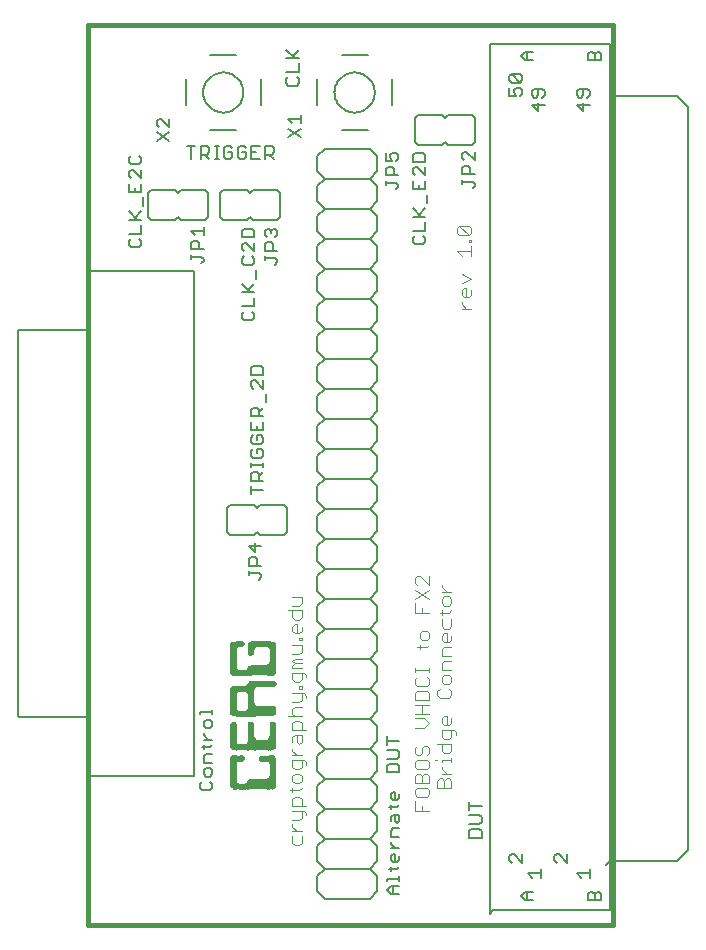
<source format=gto>
G75*
G70*
%OFA0B0*%
%FSLAX24Y24*%
%IPPOS*%
%LPD*%
%AMOC8*
5,1,8,0,0,1.08239X$1,22.5*
%
%ADD10C,0.0080*%
%ADD11R,0.0005X0.0060*%
%ADD12R,0.0005X0.0090*%
%ADD13R,0.0005X0.0110*%
%ADD14R,0.0005X0.0810*%
%ADD15R,0.0005X0.0685*%
%ADD16R,0.0005X0.0100*%
%ADD17R,0.0005X0.0120*%
%ADD18R,0.0005X0.0835*%
%ADD19R,0.0005X0.0890*%
%ADD20R,0.0005X0.0745*%
%ADD21R,0.0005X0.0150*%
%ADD22R,0.0005X0.0130*%
%ADD23R,0.0005X0.0910*%
%ADD24R,0.0005X0.0935*%
%ADD25R,0.0005X0.0785*%
%ADD26R,0.0005X0.0185*%
%ADD27R,0.0005X0.0140*%
%ADD28R,0.0005X0.0950*%
%ADD29R,0.0005X0.0965*%
%ADD30R,0.0005X0.0215*%
%ADD31R,0.0005X0.0980*%
%ADD32R,0.0005X0.0985*%
%ADD33R,0.0005X0.0830*%
%ADD34R,0.0005X0.0235*%
%ADD35R,0.0005X0.0155*%
%ADD36R,0.0005X0.1005*%
%ADD37R,0.0005X0.0845*%
%ADD38R,0.0005X0.0245*%
%ADD39R,0.0005X0.0160*%
%ADD40R,0.0005X0.1025*%
%ADD41R,0.0005X0.0855*%
%ADD42R,0.0005X0.0260*%
%ADD43R,0.0005X0.0165*%
%ADD44R,0.0005X0.1040*%
%ADD45R,0.0005X0.1035*%
%ADD46R,0.0005X0.0870*%
%ADD47R,0.0005X0.0270*%
%ADD48R,0.0005X0.0170*%
%ADD49R,0.0005X0.1055*%
%ADD50R,0.0005X0.1045*%
%ADD51R,0.0005X0.0880*%
%ADD52R,0.0005X0.0280*%
%ADD53R,0.0005X0.0175*%
%ADD54R,0.0005X0.1065*%
%ADD55R,0.0005X0.0290*%
%ADD56R,0.0005X0.1075*%
%ADD57R,0.0005X0.0895*%
%ADD58R,0.0005X0.0300*%
%ADD59R,0.0005X0.0180*%
%ADD60R,0.0005X0.1085*%
%ADD61R,0.0005X0.1070*%
%ADD62R,0.0005X0.0900*%
%ADD63R,0.0005X0.1080*%
%ADD64R,0.0005X0.0905*%
%ADD65R,0.0005X0.0310*%
%ADD66R,0.0005X0.1095*%
%ADD67R,0.0005X0.0315*%
%ADD68R,0.0005X0.1105*%
%ADD69R,0.0005X0.1090*%
%ADD70R,0.0005X0.0320*%
%ADD71R,0.0005X0.0915*%
%ADD72R,0.0005X0.1115*%
%ADD73R,0.0005X0.0920*%
%ADD74R,0.0005X0.0330*%
%ADD75R,0.0005X0.0190*%
%ADD76R,0.0005X0.1100*%
%ADD77R,0.0005X0.1120*%
%ADD78R,0.0005X0.1125*%
%ADD79R,0.0005X0.0925*%
%ADD80R,0.0005X0.0340*%
%ADD81R,0.0005X0.1110*%
%ADD82R,0.0005X0.0195*%
%ADD83R,0.0005X0.1135*%
%ADD84R,0.0005X0.0930*%
%ADD85R,0.0005X0.0350*%
%ADD86R,0.0005X0.1140*%
%ADD87R,0.0005X0.1145*%
%ADD88R,0.0005X0.0355*%
%ADD89R,0.0005X0.0360*%
%ADD90R,0.0005X0.0875*%
%ADD91R,0.0005X0.1150*%
%ADD92R,0.0005X0.0465*%
%ADD93R,0.0005X0.0610*%
%ADD94R,0.0005X0.0305*%
%ADD95R,0.0005X0.0435*%
%ADD96R,0.0005X0.0455*%
%ADD97R,0.0005X0.0480*%
%ADD98R,0.0005X0.0265*%
%ADD99R,0.0005X0.0425*%
%ADD100R,0.0005X0.0255*%
%ADD101R,0.0005X0.0250*%
%ADD102R,0.0005X0.0410*%
%ADD103R,0.0005X0.0240*%
%ADD104R,0.0005X0.0420*%
%ADD105R,0.0005X0.0405*%
%ADD106R,0.0005X0.0400*%
%ADD107R,0.0005X0.0395*%
%ADD108R,0.0005X0.0225*%
%ADD109R,0.0005X0.0230*%
%ADD110R,0.0005X0.0390*%
%ADD111R,0.0005X0.0220*%
%ADD112R,0.0005X0.0385*%
%ADD113R,0.0005X0.0380*%
%ADD114R,0.0005X0.0210*%
%ADD115R,0.0005X0.0375*%
%ADD116R,0.0005X0.0370*%
%ADD117R,0.0005X0.0205*%
%ADD118R,0.0005X0.0365*%
%ADD119R,0.0005X0.0200*%
%ADD120R,0.0005X0.0050*%
%ADD121R,0.0005X0.0415*%
%ADD122R,0.0005X0.0445*%
%ADD123R,0.0005X0.0520*%
%ADD124R,0.0005X0.0345*%
%ADD125R,0.0005X0.0860*%
%ADD126R,0.0005X0.1180*%
%ADD127R,0.0005X0.0885*%
%ADD128R,0.0005X0.0440*%
%ADD129R,0.0005X0.0450*%
%ADD130R,0.0005X0.1175*%
%ADD131R,0.0005X0.0460*%
%ADD132R,0.0005X0.1170*%
%ADD133R,0.0005X0.1165*%
%ADD134R,0.0005X0.0430*%
%ADD135R,0.0005X0.1160*%
%ADD136R,0.0005X0.0335*%
%ADD137R,0.0005X0.1155*%
%ADD138R,0.0005X0.0325*%
%ADD139R,0.0005X0.1130*%
%ADD140R,0.0005X0.0295*%
%ADD141R,0.0005X0.0865*%
%ADD142R,0.0005X0.0285*%
%ADD143R,0.0005X0.0275*%
%ADD144R,0.0005X0.0040*%
%ADD145R,0.0005X0.0095*%
%ADD146R,0.0005X0.0080*%
%ADD147R,0.0005X0.0125*%
%ADD148R,0.0005X0.0115*%
%ADD149R,0.0005X0.0135*%
%ADD150R,0.0005X0.0145*%
%ADD151R,0.0005X0.1000*%
%ADD152R,0.0005X0.0995*%
%ADD153R,0.0005X0.0975*%
%ADD154R,0.0005X0.0955*%
%ADD155R,0.0005X0.0945*%
%ADD156R,0.0005X0.1060*%
%ADD157R,0.0005X0.1050*%
%ADD158R,0.0005X0.1030*%
%ADD159R,0.0005X0.1020*%
%ADD160R,0.0005X0.0850*%
%ADD161R,0.0005X0.0820*%
%ADD162R,0.0005X0.0960*%
%ADD163R,0.0005X0.0800*%
%ADD164R,0.0005X0.0775*%
%ADD165R,0.0005X0.0730*%
%ADD166R,0.0005X0.0740*%
%ADD167C,0.0040*%
%ADD168C,0.0160*%
D10*
X002463Y005286D02*
X006006Y005286D01*
X006006Y022136D01*
X002463Y022136D01*
X002463Y005286D01*
X002453Y007267D02*
X000161Y007267D01*
X000140Y007294D02*
X000140Y020128D01*
X000141Y020151D02*
X002433Y020151D01*
X003899Y022914D02*
X004179Y022914D01*
X004249Y022984D01*
X004249Y023124D01*
X004179Y023194D01*
X004249Y023374D02*
X004249Y023655D01*
X004249Y023835D02*
X003829Y023835D01*
X004039Y023905D02*
X004249Y024115D01*
X004319Y024295D02*
X004319Y024575D01*
X004249Y024755D02*
X004249Y025036D01*
X004249Y025216D02*
X003969Y025496D01*
X003899Y025496D01*
X003829Y025426D01*
X003829Y025286D01*
X003899Y025216D01*
X003829Y025036D02*
X003829Y024755D01*
X004249Y024755D01*
X004039Y024755D02*
X004039Y024896D01*
X004249Y025216D02*
X004249Y025496D01*
X004179Y025676D02*
X004249Y025746D01*
X004249Y025886D01*
X004179Y025956D01*
X004179Y025676D02*
X003899Y025676D01*
X003829Y025746D01*
X003829Y025886D01*
X003899Y025956D01*
X004583Y024825D02*
X005383Y024825D01*
X005483Y024725D01*
X005583Y024825D01*
X006383Y024825D01*
X006483Y024725D01*
X006483Y023925D01*
X006383Y023825D01*
X005583Y023825D01*
X005483Y023925D01*
X005383Y023825D01*
X004583Y023825D01*
X004483Y023925D01*
X004483Y024725D01*
X004583Y024825D01*
X003829Y024115D02*
X004109Y023835D01*
X004249Y023374D02*
X003829Y023374D01*
X003899Y023194D02*
X003829Y023124D01*
X003829Y022984D01*
X003899Y022914D01*
X005904Y022854D02*
X005904Y023064D01*
X005975Y023134D01*
X006115Y023134D01*
X006185Y023064D01*
X006185Y022854D01*
X006325Y022854D02*
X005904Y022854D01*
X005904Y022674D02*
X005904Y022533D01*
X005904Y022603D02*
X006255Y022603D01*
X006325Y022533D01*
X006325Y022463D01*
X006255Y022393D01*
X006325Y023314D02*
X006325Y023594D01*
X006325Y023454D02*
X005904Y023454D01*
X006045Y023314D01*
X006858Y023925D02*
X006858Y024725D01*
X006958Y024825D01*
X007758Y024825D01*
X007858Y024725D01*
X007958Y024825D01*
X008758Y024825D01*
X008858Y024725D01*
X008858Y023925D01*
X008758Y023825D01*
X007958Y023825D01*
X007858Y023925D01*
X007758Y023825D01*
X006958Y023825D01*
X006858Y023925D01*
X007597Y023461D02*
X007597Y023250D01*
X008018Y023250D01*
X008018Y023461D01*
X007948Y023531D01*
X007667Y023531D01*
X007597Y023461D01*
X007667Y023070D02*
X007597Y023000D01*
X007597Y022860D01*
X007667Y022790D01*
X007667Y022610D02*
X007597Y022540D01*
X007597Y022400D01*
X007667Y022330D01*
X007948Y022330D01*
X008018Y022400D01*
X008018Y022540D01*
X007948Y022610D01*
X008018Y022790D02*
X007737Y023070D01*
X007667Y023070D01*
X008018Y023070D02*
X008018Y022790D01*
X008356Y022799D02*
X008356Y023009D01*
X008426Y023079D01*
X008567Y023079D01*
X008637Y023009D01*
X008637Y022799D01*
X008777Y022799D02*
X008356Y022799D01*
X008356Y022619D02*
X008356Y022479D01*
X008356Y022549D02*
X008707Y022549D01*
X008777Y022479D01*
X008777Y022408D01*
X008707Y022338D01*
X008088Y022149D02*
X008088Y021869D01*
X008018Y021689D02*
X007808Y021479D01*
X007878Y021409D02*
X007597Y021689D01*
X007597Y021409D02*
X008018Y021409D01*
X008018Y021229D02*
X008018Y020948D01*
X007597Y020948D01*
X007667Y020768D02*
X007597Y020698D01*
X007597Y020558D01*
X007667Y020488D01*
X007948Y020488D01*
X008018Y020558D01*
X008018Y020698D01*
X007948Y020768D01*
X007971Y018945D02*
X007901Y018875D01*
X007901Y018665D01*
X008321Y018665D01*
X008321Y018875D01*
X008251Y018945D01*
X007971Y018945D01*
X007971Y018485D02*
X007901Y018415D01*
X007901Y018275D01*
X007971Y018205D01*
X007971Y018485D02*
X008041Y018485D01*
X008321Y018205D01*
X008321Y018485D01*
X008391Y018025D02*
X008391Y017744D01*
X008321Y017564D02*
X008181Y017424D01*
X008181Y017494D02*
X008181Y017284D01*
X008321Y017284D02*
X007901Y017284D01*
X007901Y017494D01*
X007971Y017564D01*
X008111Y017564D01*
X008181Y017494D01*
X008321Y017104D02*
X008321Y016824D01*
X007901Y016824D01*
X007901Y017104D01*
X008111Y016964D02*
X008111Y016824D01*
X008111Y016643D02*
X008111Y016503D01*
X008111Y016643D02*
X008251Y016643D01*
X008321Y016573D01*
X008321Y016433D01*
X008251Y016363D01*
X007971Y016363D01*
X007901Y016433D01*
X007901Y016573D01*
X007971Y016643D01*
X007971Y016183D02*
X007901Y016113D01*
X007901Y015973D01*
X007971Y015903D01*
X008251Y015903D01*
X008321Y015973D01*
X008321Y016113D01*
X008251Y016183D01*
X008111Y016183D01*
X008111Y016043D01*
X008321Y015736D02*
X008321Y015596D01*
X008321Y015666D02*
X007901Y015666D01*
X007901Y015596D02*
X007901Y015736D01*
X007971Y015416D02*
X007901Y015346D01*
X007901Y015135D01*
X008321Y015135D01*
X008181Y015135D02*
X008181Y015346D01*
X008111Y015416D01*
X007971Y015416D01*
X008181Y015276D02*
X008321Y015416D01*
X008321Y014815D02*
X007901Y014815D01*
X007901Y014675D02*
X007901Y014955D01*
X008008Y014325D02*
X007208Y014325D01*
X007108Y014225D01*
X007108Y013425D01*
X007208Y013325D01*
X008008Y013325D01*
X008108Y013425D01*
X008208Y013325D01*
X009008Y013325D01*
X009108Y013425D01*
X009108Y014225D01*
X009008Y014325D01*
X008208Y014325D01*
X008108Y014225D01*
X008008Y014325D01*
X008043Y013041D02*
X008043Y012761D01*
X007833Y012971D01*
X008253Y012971D01*
X008043Y012581D02*
X008113Y012511D01*
X008113Y012301D01*
X008253Y012301D02*
X007833Y012301D01*
X007833Y012511D01*
X007903Y012581D01*
X008043Y012581D01*
X007833Y012121D02*
X007833Y011981D01*
X007833Y012051D02*
X008183Y012051D01*
X008253Y011981D01*
X008253Y011910D01*
X008183Y011840D01*
X010108Y011950D02*
X010108Y011450D01*
X010358Y011200D01*
X011858Y011200D01*
X012108Y010950D01*
X012108Y010450D01*
X011858Y010200D01*
X010358Y010200D01*
X010108Y010450D01*
X010108Y010950D01*
X010358Y011200D01*
X010108Y011950D02*
X010358Y012200D01*
X011858Y012200D01*
X012108Y011950D01*
X012108Y011450D01*
X011858Y011200D01*
X011858Y010200D02*
X012108Y009950D01*
X012108Y009450D01*
X011858Y009200D01*
X010358Y009200D01*
X010108Y009450D01*
X010108Y009950D01*
X010358Y010200D01*
X010358Y009200D02*
X010108Y008950D01*
X010108Y008450D01*
X010358Y008200D01*
X011858Y008200D01*
X012108Y007950D01*
X012108Y007450D01*
X011858Y007200D01*
X012108Y006950D01*
X012108Y006450D01*
X011858Y006200D01*
X012108Y005950D01*
X012108Y005450D01*
X011858Y005200D01*
X012108Y004950D01*
X012108Y004450D01*
X011858Y004200D01*
X012108Y003950D01*
X012108Y003450D01*
X011858Y003200D01*
X012108Y002950D01*
X012108Y002450D01*
X011858Y002200D01*
X012108Y001950D01*
X012108Y001450D01*
X011858Y001200D01*
X010358Y001200D01*
X010108Y001450D01*
X010108Y001950D01*
X010358Y002200D01*
X010108Y002450D01*
X010108Y002950D01*
X010358Y003200D01*
X010108Y003450D01*
X010108Y003950D01*
X010358Y004200D01*
X010108Y004450D01*
X010108Y004950D01*
X010358Y005200D01*
X010108Y005450D01*
X010108Y005950D01*
X010358Y006200D01*
X011858Y006200D01*
X012429Y006151D02*
X012779Y006151D01*
X012849Y006081D01*
X012849Y005940D01*
X012779Y005870D01*
X012429Y005870D01*
X012499Y005690D02*
X012429Y005620D01*
X012429Y005410D01*
X012849Y005410D01*
X012849Y005620D01*
X012779Y005690D01*
X012499Y005690D01*
X012429Y006331D02*
X012429Y006611D01*
X012429Y006471D02*
X012849Y006471D01*
X011858Y007200D02*
X010358Y007200D01*
X010108Y006950D01*
X010108Y006450D01*
X010358Y006200D01*
X010358Y007200D02*
X010108Y007450D01*
X010108Y007950D01*
X010358Y008200D01*
X011858Y008200D02*
X012108Y008450D01*
X012108Y008950D01*
X011858Y009200D01*
X011858Y012200D02*
X012108Y012450D01*
X012108Y012950D01*
X011858Y013200D01*
X010358Y013200D01*
X010108Y013450D01*
X010108Y013950D01*
X010358Y014200D01*
X011858Y014200D01*
X012108Y013950D01*
X012108Y013450D01*
X011858Y013200D01*
X011858Y014200D02*
X012108Y014450D01*
X012108Y014950D01*
X011858Y015200D01*
X010358Y015200D01*
X010108Y015450D01*
X010108Y015950D01*
X010358Y016200D01*
X011858Y016200D01*
X012108Y015950D01*
X012108Y015450D01*
X011858Y015200D01*
X011858Y016200D02*
X012108Y016450D01*
X012108Y016950D01*
X011858Y017200D01*
X010358Y017200D01*
X010108Y017450D01*
X010108Y017950D01*
X010358Y018200D01*
X011858Y018200D01*
X012108Y017950D01*
X012108Y017450D01*
X011858Y017200D01*
X011858Y018200D02*
X012108Y018450D01*
X012108Y018950D01*
X011858Y019200D01*
X010358Y019200D01*
X010108Y019450D01*
X010108Y019950D01*
X010358Y020200D01*
X011858Y020200D01*
X012108Y019950D01*
X012108Y019450D01*
X011858Y019200D01*
X011858Y020200D02*
X012108Y020450D01*
X012108Y020950D01*
X011858Y021200D01*
X010358Y021200D01*
X010108Y020950D01*
X010108Y020450D01*
X010358Y020200D01*
X010358Y021200D02*
X010108Y021450D01*
X010108Y021950D01*
X010358Y022200D01*
X011858Y022200D01*
X012108Y021950D01*
X012108Y021450D01*
X011858Y021200D01*
X011858Y022200D02*
X012108Y022450D01*
X012108Y022950D01*
X011858Y023200D01*
X010358Y023200D01*
X010108Y022950D01*
X010108Y022450D01*
X010358Y022200D01*
X010358Y023200D02*
X010108Y023450D01*
X010108Y023950D01*
X010358Y024200D01*
X011858Y024200D01*
X012108Y023950D01*
X012108Y023450D01*
X011858Y023200D01*
X011858Y024200D02*
X012108Y024450D01*
X012108Y024950D01*
X011858Y025200D01*
X010358Y025200D01*
X010108Y024950D01*
X010108Y024450D01*
X010358Y024200D01*
X010358Y025200D02*
X010108Y025450D01*
X010108Y025950D01*
X010358Y026200D01*
X011858Y026200D01*
X012108Y025950D01*
X012108Y025450D01*
X011858Y025200D01*
X012397Y025139D02*
X012397Y024999D01*
X012397Y025069D02*
X012747Y025069D01*
X012818Y024999D01*
X012818Y024929D01*
X012747Y024859D01*
X012677Y025319D02*
X012677Y025529D01*
X012607Y025599D01*
X012467Y025599D01*
X012397Y025529D01*
X012397Y025319D01*
X012818Y025319D01*
X012747Y025780D02*
X012818Y025850D01*
X012818Y025990D01*
X012747Y026060D01*
X012607Y026060D01*
X012537Y025990D01*
X012537Y025920D01*
X012607Y025780D01*
X012397Y025780D01*
X012397Y026060D01*
X011791Y026815D02*
X010924Y026815D01*
X010098Y027642D02*
X010098Y028508D01*
X009502Y028515D02*
X009502Y028375D01*
X009432Y028305D01*
X009151Y028305D01*
X009081Y028375D01*
X009081Y028515D01*
X009151Y028585D01*
X009081Y028765D02*
X009502Y028765D01*
X009502Y029046D01*
X009502Y029226D02*
X009081Y029226D01*
X009291Y029296D02*
X009502Y029506D01*
X009361Y029226D02*
X009081Y029506D01*
X009432Y028585D02*
X009502Y028515D01*
X009557Y027327D02*
X009557Y027047D01*
X009557Y027187D02*
X009136Y027187D01*
X009276Y027047D01*
X009136Y026867D02*
X009557Y026586D01*
X009557Y026867D02*
X009136Y026586D01*
X008662Y026215D02*
X008662Y026075D01*
X008592Y026005D01*
X008381Y026005D01*
X008381Y025865D02*
X008381Y026285D01*
X008592Y026285D01*
X008662Y026215D01*
X008522Y026005D02*
X008662Y025865D01*
X008201Y025865D02*
X007921Y025865D01*
X007921Y026285D01*
X008201Y026285D01*
X008061Y026075D02*
X007921Y026075D01*
X007741Y026075D02*
X007741Y025935D01*
X007671Y025865D01*
X007531Y025865D01*
X007461Y025935D01*
X007461Y026215D01*
X007531Y026285D01*
X007671Y026285D01*
X007741Y026215D01*
X007741Y026075D02*
X007601Y026075D01*
X007280Y026075D02*
X007280Y025935D01*
X007210Y025865D01*
X007070Y025865D01*
X007000Y025935D01*
X007000Y026215D01*
X007070Y026285D01*
X007210Y026285D01*
X007280Y026215D01*
X007280Y026075D02*
X007140Y026075D01*
X006833Y025865D02*
X006693Y025865D01*
X006763Y025865D02*
X006763Y026285D01*
X006693Y026285D02*
X006833Y026285D01*
X006513Y026215D02*
X006513Y026075D01*
X006443Y026005D01*
X006233Y026005D01*
X006233Y025865D02*
X006233Y026285D01*
X006443Y026285D01*
X006513Y026215D01*
X006373Y026005D02*
X006513Y025865D01*
X005913Y025865D02*
X005913Y026285D01*
X005773Y026285D02*
X006053Y026285D01*
X006549Y026815D02*
X007416Y026815D01*
X008242Y027642D02*
X008242Y028508D01*
X007416Y029335D02*
X006549Y029335D01*
X005723Y028508D02*
X005723Y027642D01*
X005187Y027204D02*
X005187Y026924D01*
X004906Y027204D01*
X004836Y027204D01*
X004766Y027134D01*
X004766Y026994D01*
X004836Y026924D01*
X004766Y026744D02*
X005187Y026463D01*
X005187Y026744D02*
X004766Y026463D01*
X006314Y028075D02*
X006316Y028126D01*
X006322Y028177D01*
X006332Y028227D01*
X006345Y028277D01*
X006363Y028325D01*
X006383Y028372D01*
X006408Y028417D01*
X006436Y028460D01*
X006467Y028501D01*
X006501Y028539D01*
X006538Y028574D01*
X006577Y028607D01*
X006619Y028637D01*
X006663Y028663D01*
X006709Y028685D01*
X006757Y028705D01*
X006806Y028720D01*
X006856Y028732D01*
X006906Y028740D01*
X006957Y028744D01*
X007009Y028744D01*
X007060Y028740D01*
X007110Y028732D01*
X007160Y028720D01*
X007209Y028705D01*
X007257Y028685D01*
X007303Y028663D01*
X007347Y028637D01*
X007389Y028607D01*
X007428Y028574D01*
X007465Y028539D01*
X007499Y028501D01*
X007530Y028460D01*
X007558Y028417D01*
X007583Y028372D01*
X007603Y028325D01*
X007621Y028277D01*
X007634Y028227D01*
X007644Y028177D01*
X007650Y028126D01*
X007652Y028075D01*
X007650Y028024D01*
X007644Y027973D01*
X007634Y027923D01*
X007621Y027873D01*
X007603Y027825D01*
X007583Y027778D01*
X007558Y027733D01*
X007530Y027690D01*
X007499Y027649D01*
X007465Y027611D01*
X007428Y027576D01*
X007389Y027543D01*
X007347Y027513D01*
X007303Y027487D01*
X007257Y027465D01*
X007209Y027445D01*
X007160Y027430D01*
X007110Y027418D01*
X007060Y027410D01*
X007009Y027406D01*
X006957Y027406D01*
X006906Y027410D01*
X006856Y027418D01*
X006806Y027430D01*
X006757Y027445D01*
X006709Y027465D01*
X006663Y027487D01*
X006619Y027513D01*
X006577Y027543D01*
X006538Y027576D01*
X006501Y027611D01*
X006467Y027649D01*
X006436Y027690D01*
X006408Y027733D01*
X006383Y027778D01*
X006363Y027825D01*
X006345Y027873D01*
X006332Y027923D01*
X006322Y027973D01*
X006316Y028024D01*
X006314Y028075D01*
X008426Y023539D02*
X008356Y023469D01*
X008356Y023329D01*
X008426Y023259D01*
X008567Y023399D02*
X008567Y023469D01*
X008637Y023539D01*
X008707Y023539D01*
X008777Y023469D01*
X008777Y023329D01*
X008707Y023259D01*
X008567Y023469D02*
X008497Y023539D01*
X008426Y023539D01*
X010358Y019200D02*
X010108Y018950D01*
X010108Y018450D01*
X010358Y018200D01*
X010358Y017200D02*
X010108Y016950D01*
X010108Y016450D01*
X010358Y016200D01*
X010358Y015200D02*
X010108Y014950D01*
X010108Y014450D01*
X010358Y014200D01*
X010358Y013200D02*
X010108Y012950D01*
X010108Y012450D01*
X010358Y012200D01*
X006616Y007486D02*
X006616Y007346D01*
X006616Y007416D02*
X006195Y007416D01*
X006195Y007346D01*
X006406Y007166D02*
X006336Y007096D01*
X006336Y006956D01*
X006406Y006886D01*
X006546Y006886D01*
X006616Y006956D01*
X006616Y007096D01*
X006546Y007166D01*
X006406Y007166D01*
X006336Y006712D02*
X006336Y006642D01*
X006476Y006502D01*
X006616Y006502D02*
X006336Y006502D01*
X006336Y006335D02*
X006336Y006195D01*
X006265Y006265D02*
X006546Y006265D01*
X006616Y006335D01*
X006616Y006015D02*
X006406Y006015D01*
X006336Y005945D01*
X006336Y005735D01*
X006616Y005735D01*
X006546Y005554D02*
X006616Y005484D01*
X006616Y005344D01*
X006546Y005274D01*
X006406Y005274D01*
X006336Y005344D01*
X006336Y005484D01*
X006406Y005554D01*
X006546Y005554D01*
X006546Y005094D02*
X006616Y005024D01*
X006616Y004884D01*
X006546Y004814D01*
X006265Y004814D01*
X006195Y004884D01*
X006195Y005024D01*
X006265Y005094D01*
X010358Y005200D02*
X011858Y005200D01*
X012569Y004699D02*
X012569Y004559D01*
X012639Y004489D01*
X012779Y004489D01*
X012849Y004559D01*
X012849Y004699D01*
X012709Y004769D02*
X012709Y004489D01*
X012849Y004322D02*
X012779Y004252D01*
X012499Y004252D01*
X012569Y004182D02*
X012569Y004322D01*
X012639Y004002D02*
X012849Y004002D01*
X012849Y003792D01*
X012779Y003722D01*
X012709Y003792D01*
X012709Y004002D01*
X012639Y004002D02*
X012569Y003932D01*
X012569Y003792D01*
X012639Y003542D02*
X012849Y003542D01*
X012639Y003542D02*
X012569Y003472D01*
X012569Y003261D01*
X012849Y003261D01*
X012569Y003088D02*
X012569Y003018D01*
X012709Y002878D01*
X012849Y002878D02*
X012569Y002878D01*
X012639Y002698D02*
X012709Y002698D01*
X012709Y002417D01*
X012779Y002417D02*
X012639Y002417D01*
X012569Y002487D01*
X012569Y002628D01*
X012639Y002698D01*
X012849Y002628D02*
X012849Y002487D01*
X012779Y002417D01*
X012849Y002251D02*
X012779Y002181D01*
X012499Y002181D01*
X012569Y002111D02*
X012569Y002251D01*
X012429Y001874D02*
X012849Y001874D01*
X012849Y001804D02*
X012849Y001944D01*
X012849Y001623D02*
X012569Y001623D01*
X012429Y001483D01*
X012569Y001343D01*
X012849Y001343D01*
X012639Y001343D02*
X012639Y001623D01*
X012429Y001804D02*
X012429Y001874D01*
X011858Y002200D02*
X010358Y002200D01*
X010358Y003200D02*
X011858Y003200D01*
X011858Y004200D02*
X010358Y004200D01*
X012569Y004699D02*
X012639Y004769D01*
X012709Y004769D01*
X015172Y004440D02*
X015172Y004160D01*
X015172Y004300D02*
X015592Y004300D01*
X015522Y003980D02*
X015172Y003980D01*
X015172Y003699D02*
X015522Y003699D01*
X015592Y003769D01*
X015592Y003910D01*
X015522Y003980D01*
X015522Y003519D02*
X015242Y003519D01*
X015172Y003449D01*
X015172Y003239D01*
X015592Y003239D01*
X015592Y003449D01*
X015522Y003519D01*
X016522Y002615D02*
X016522Y002475D01*
X016592Y002405D01*
X016522Y002615D02*
X016592Y002685D01*
X016662Y002685D01*
X016943Y002405D01*
X016943Y002685D01*
X017147Y002045D02*
X017568Y002045D01*
X017568Y001905D02*
X017568Y002185D01*
X017287Y001905D02*
X017147Y002045D01*
X017107Y001435D02*
X017107Y001155D01*
X017037Y001155D02*
X016897Y001295D01*
X017037Y001435D01*
X017318Y001435D01*
X017318Y001155D02*
X017037Y001155D01*
X018092Y002405D02*
X018022Y002475D01*
X018022Y002615D01*
X018092Y002685D01*
X018162Y002685D01*
X018443Y002405D01*
X018443Y002685D01*
X018772Y002045D02*
X019193Y002045D01*
X019193Y001905D02*
X019193Y002185D01*
X018912Y001905D02*
X018772Y002045D01*
X019217Y001435D02*
X019287Y001435D01*
X019357Y001365D01*
X019357Y001155D01*
X019357Y001365D02*
X019427Y001435D01*
X019497Y001435D01*
X019568Y001365D01*
X019568Y001155D01*
X019147Y001155D01*
X019147Y001365D01*
X019217Y001435D01*
X019858Y000825D02*
X019858Y002450D01*
X019733Y002325D01*
X019858Y002450D02*
X022108Y002450D01*
X022483Y002825D01*
X022483Y027575D01*
X022108Y027950D01*
X019858Y027950D01*
X019858Y002450D01*
X019858Y000825D02*
X015983Y000825D01*
X015858Y000700D01*
X015858Y029700D01*
X019858Y029700D01*
X019858Y027950D01*
X019193Y027975D02*
X019193Y028115D01*
X019122Y028185D01*
X018842Y028185D01*
X018772Y028115D01*
X018772Y027975D01*
X018842Y027905D01*
X018912Y027905D01*
X018982Y027975D01*
X018982Y028185D01*
X019193Y027975D02*
X019122Y027905D01*
X018982Y027724D02*
X018982Y027444D01*
X018772Y027654D01*
X019193Y027654D01*
X019147Y029155D02*
X019147Y029365D01*
X019217Y029435D01*
X019287Y029435D01*
X019357Y029365D01*
X019357Y029155D01*
X019357Y029365D02*
X019427Y029435D01*
X019497Y029435D01*
X019568Y029365D01*
X019568Y029155D01*
X019147Y029155D01*
X017693Y028115D02*
X017622Y028185D01*
X017342Y028185D01*
X017272Y028115D01*
X017272Y027975D01*
X017342Y027905D01*
X017412Y027905D01*
X017482Y027975D01*
X017482Y028185D01*
X017693Y028115D02*
X017693Y027975D01*
X017622Y027905D01*
X017482Y027724D02*
X017482Y027444D01*
X017272Y027654D01*
X017693Y027654D01*
X016943Y028014D02*
X016872Y027944D01*
X016943Y028014D02*
X016943Y028154D01*
X016872Y028224D01*
X016732Y028224D01*
X016662Y028154D01*
X016662Y028084D01*
X016732Y027944D01*
X016522Y027944D01*
X016522Y028224D01*
X016592Y028405D02*
X016522Y028475D01*
X016522Y028615D01*
X016592Y028685D01*
X016872Y028405D01*
X016943Y028475D01*
X016943Y028615D01*
X016872Y028685D01*
X016592Y028685D01*
X016592Y028405D02*
X016872Y028405D01*
X017037Y029155D02*
X016897Y029295D01*
X017037Y029435D01*
X017318Y029435D01*
X017107Y029435D02*
X017107Y029155D01*
X017037Y029155D02*
X017318Y029155D01*
X015358Y027225D02*
X015358Y026425D01*
X015258Y026325D01*
X014458Y026325D01*
X014358Y026425D01*
X014258Y026325D01*
X013458Y026325D01*
X013358Y026425D01*
X013358Y027225D01*
X013458Y027325D01*
X014258Y027325D01*
X014358Y027225D01*
X014458Y027325D01*
X015258Y027325D01*
X015358Y027225D01*
X015360Y026091D02*
X015360Y025811D01*
X015080Y026091D01*
X015010Y026091D01*
X014940Y026021D01*
X014940Y025881D01*
X015010Y025811D01*
X015010Y025631D02*
X015150Y025631D01*
X015220Y025561D01*
X015220Y025351D01*
X015360Y025351D02*
X014940Y025351D01*
X014940Y025561D01*
X015010Y025631D01*
X014940Y025171D02*
X014940Y025030D01*
X014940Y025100D02*
X015290Y025100D01*
X015360Y025030D01*
X015360Y024960D01*
X015290Y024890D01*
X013788Y024671D02*
X013788Y024391D01*
X013718Y024210D02*
X013508Y024000D01*
X013578Y023930D02*
X013297Y024210D01*
X013297Y023930D02*
X013718Y023930D01*
X013718Y023750D02*
X013718Y023470D01*
X013297Y023470D01*
X013367Y023290D02*
X013297Y023220D01*
X013297Y023079D01*
X013367Y023009D01*
X013648Y023009D01*
X013718Y023079D01*
X013718Y023220D01*
X013648Y023290D01*
X013718Y024851D02*
X013297Y024851D01*
X013297Y025131D01*
X013367Y025311D02*
X013297Y025381D01*
X013297Y025522D01*
X013367Y025592D01*
X013437Y025592D01*
X013718Y025311D01*
X013718Y025592D01*
X013718Y025772D02*
X013718Y025982D01*
X013648Y026052D01*
X013367Y026052D01*
X013297Y025982D01*
X013297Y025772D01*
X013718Y025772D01*
X013718Y025131D02*
X013718Y024851D01*
X013508Y024851D02*
X013508Y024991D01*
X012617Y027642D02*
X012617Y028508D01*
X011791Y029335D02*
X010924Y029335D01*
X010689Y028075D02*
X010691Y028126D01*
X010697Y028177D01*
X010707Y028227D01*
X010720Y028277D01*
X010738Y028325D01*
X010758Y028372D01*
X010783Y028417D01*
X010811Y028460D01*
X010842Y028501D01*
X010876Y028539D01*
X010913Y028574D01*
X010952Y028607D01*
X010994Y028637D01*
X011038Y028663D01*
X011084Y028685D01*
X011132Y028705D01*
X011181Y028720D01*
X011231Y028732D01*
X011281Y028740D01*
X011332Y028744D01*
X011384Y028744D01*
X011435Y028740D01*
X011485Y028732D01*
X011535Y028720D01*
X011584Y028705D01*
X011632Y028685D01*
X011678Y028663D01*
X011722Y028637D01*
X011764Y028607D01*
X011803Y028574D01*
X011840Y028539D01*
X011874Y028501D01*
X011905Y028460D01*
X011933Y028417D01*
X011958Y028372D01*
X011978Y028325D01*
X011996Y028277D01*
X012009Y028227D01*
X012019Y028177D01*
X012025Y028126D01*
X012027Y028075D01*
X012025Y028024D01*
X012019Y027973D01*
X012009Y027923D01*
X011996Y027873D01*
X011978Y027825D01*
X011958Y027778D01*
X011933Y027733D01*
X011905Y027690D01*
X011874Y027649D01*
X011840Y027611D01*
X011803Y027576D01*
X011764Y027543D01*
X011722Y027513D01*
X011678Y027487D01*
X011632Y027465D01*
X011584Y027445D01*
X011535Y027430D01*
X011485Y027418D01*
X011435Y027410D01*
X011384Y027406D01*
X011332Y027406D01*
X011281Y027410D01*
X011231Y027418D01*
X011181Y027430D01*
X011132Y027445D01*
X011084Y027465D01*
X011038Y027487D01*
X010994Y027513D01*
X010952Y027543D01*
X010913Y027576D01*
X010876Y027611D01*
X010842Y027649D01*
X010811Y027690D01*
X010783Y027733D01*
X010758Y027778D01*
X010738Y027825D01*
X010720Y027873D01*
X010707Y027923D01*
X010697Y027973D01*
X010691Y028024D01*
X010689Y028075D01*
D11*
X008763Y008348D03*
X007698Y005873D03*
D12*
X008203Y005873D03*
X008758Y008348D03*
D13*
X008753Y008348D03*
X008208Y005873D03*
X007688Y005873D03*
D14*
X008558Y006558D03*
X008733Y006638D03*
X008748Y005403D03*
D15*
X008748Y006645D03*
D16*
X008748Y007453D03*
X007688Y009683D03*
D17*
X008748Y008348D03*
X008213Y005873D03*
D18*
X007828Y006570D03*
X007423Y006575D03*
X007258Y006635D03*
X007248Y007775D03*
X008748Y009210D03*
D19*
X008703Y006633D03*
X008573Y006598D03*
X008743Y005403D03*
X007408Y006603D03*
D20*
X008743Y006640D03*
D21*
X008228Y005873D03*
X007668Y005873D03*
X008743Y007453D03*
X008733Y008348D03*
X007663Y009683D03*
D22*
X008743Y008348D03*
X008218Y005873D03*
D23*
X007988Y006608D03*
X007983Y006608D03*
X007853Y006608D03*
X007393Y006613D03*
X007388Y006613D03*
X007313Y006628D03*
X007308Y006628D03*
X008588Y006608D03*
X008593Y006613D03*
X008678Y006628D03*
X008743Y009208D03*
D24*
X007278Y007775D03*
X007893Y006620D03*
X007898Y006620D03*
X007903Y006620D03*
X007908Y006620D03*
X007913Y006620D03*
X007918Y006620D03*
X007923Y006620D03*
X007928Y006620D03*
X007933Y006620D03*
X007938Y006620D03*
X008738Y005405D03*
D25*
X008738Y006640D03*
D26*
X008738Y007450D03*
X008688Y008350D03*
X008683Y008350D03*
X008678Y008350D03*
X008673Y008350D03*
X007618Y009685D03*
X007613Y009685D03*
X007608Y009685D03*
X007603Y009685D03*
X007598Y009685D03*
X007593Y009685D03*
X007588Y009685D03*
X007588Y005875D03*
X007593Y005875D03*
X007598Y005875D03*
X007603Y005875D03*
X007608Y005875D03*
X007613Y005875D03*
D27*
X007673Y005873D03*
X008223Y005873D03*
X008738Y008348D03*
D28*
X008738Y009208D03*
D29*
X007303Y007775D03*
X007298Y007775D03*
X008733Y005405D03*
D30*
X008518Y005860D03*
X007788Y006260D03*
X007783Y006260D03*
X007473Y006260D03*
X007468Y006260D03*
X007468Y005865D03*
X007463Y005865D03*
X007468Y004950D03*
X007473Y004950D03*
X007783Y004950D03*
X007783Y007375D03*
X007473Y007375D03*
X007468Y007375D03*
X007468Y008170D03*
X007473Y008170D03*
X007763Y008180D03*
X008068Y008340D03*
X008073Y008340D03*
X007783Y008735D03*
X007778Y008735D03*
X007483Y008735D03*
X007478Y008735D03*
X007473Y008735D03*
X007468Y009675D03*
X007463Y009675D03*
X008058Y009670D03*
X008513Y009670D03*
X008518Y009670D03*
X008733Y007450D03*
D31*
X007318Y007778D03*
X008733Y009208D03*
D32*
X007333Y007775D03*
X007328Y007775D03*
X007323Y007775D03*
X007253Y005410D03*
X008728Y005405D03*
D33*
X008728Y006638D03*
D34*
X008538Y005850D03*
X007803Y004960D03*
X007448Y004960D03*
X007443Y005850D03*
X007448Y005855D03*
X007448Y006270D03*
X007448Y007385D03*
X007443Y007390D03*
X007448Y008160D03*
X007798Y008745D03*
X008043Y008330D03*
X008728Y007450D03*
X008538Y009660D03*
X008038Y009660D03*
D35*
X007658Y009685D03*
X008728Y008350D03*
X007663Y005875D03*
D36*
X007258Y005410D03*
X008723Y005405D03*
X007423Y007775D03*
X007418Y007775D03*
X007413Y007775D03*
X007408Y007775D03*
X007403Y007775D03*
X007398Y007775D03*
X007393Y007775D03*
X007388Y007775D03*
X007383Y007775D03*
X007378Y007775D03*
X007373Y007775D03*
X007368Y007775D03*
X008728Y009205D03*
D37*
X008723Y006635D03*
D38*
X008723Y007450D03*
X008038Y008325D03*
X007443Y008155D03*
X007443Y008750D03*
X007828Y009525D03*
X008033Y009655D03*
X007813Y007390D03*
X007438Y007395D03*
X007443Y004965D03*
X007808Y004965D03*
D39*
X007658Y005873D03*
X008233Y005873D03*
X008238Y005873D03*
X008723Y008348D03*
X007653Y009683D03*
D40*
X008723Y009205D03*
X008718Y005405D03*
D41*
X008563Y006580D03*
X008718Y006635D03*
D42*
X008718Y007448D03*
X007818Y007398D03*
X007433Y007403D03*
X007798Y008183D03*
X007813Y008758D03*
X008028Y009648D03*
X007433Y006288D03*
D43*
X007648Y005875D03*
X007653Y005875D03*
X008718Y008350D03*
X007648Y009685D03*
D44*
X007263Y009208D03*
X008718Y009208D03*
D45*
X008713Y005405D03*
D46*
X008713Y006633D03*
X007273Y006633D03*
D47*
X008553Y005833D03*
X007433Y004978D03*
X008713Y007448D03*
X007803Y008183D03*
X007433Y008143D03*
X007433Y008763D03*
X007818Y008763D03*
D48*
X007643Y009683D03*
X008713Y008348D03*
X008253Y005873D03*
X008248Y005873D03*
X008243Y005873D03*
X007643Y005873D03*
D49*
X008703Y005405D03*
X008713Y009205D03*
D50*
X008708Y005405D03*
X007273Y005410D03*
D51*
X007413Y006598D03*
X007278Y006633D03*
X007258Y007773D03*
X008708Y006633D03*
D52*
X008708Y007448D03*
X007823Y007408D03*
X007823Y008768D03*
D53*
X007638Y009685D03*
X007633Y009685D03*
X007628Y009685D03*
X008703Y008350D03*
X008708Y008350D03*
X007638Y005875D03*
X007633Y005875D03*
D54*
X008698Y005405D03*
X008708Y009205D03*
X007273Y009205D03*
D55*
X007833Y009528D03*
X008023Y009633D03*
X007828Y008773D03*
X008023Y008303D03*
X008703Y007448D03*
X007823Y006298D03*
D56*
X007278Y009205D03*
X008703Y009205D03*
D57*
X007263Y007775D03*
X007288Y006630D03*
X007293Y006630D03*
X007403Y006605D03*
X007998Y006600D03*
X008698Y006630D03*
X007238Y009205D03*
D58*
X007833Y008778D03*
X007813Y008183D03*
X008693Y007448D03*
X008698Y007448D03*
X008558Y005818D03*
X007428Y005818D03*
D59*
X007618Y005873D03*
X007623Y005873D03*
X007628Y005873D03*
X008258Y005873D03*
X008263Y005873D03*
X008268Y005873D03*
X008273Y005873D03*
X008278Y005873D03*
X008693Y008348D03*
X008698Y008348D03*
X007623Y009683D03*
D60*
X008693Y009205D03*
X008698Y009205D03*
X007303Y005410D03*
D61*
X007293Y005408D03*
X007288Y005408D03*
X008693Y005408D03*
D62*
X008578Y006603D03*
X008693Y006633D03*
X007993Y006603D03*
X007843Y006603D03*
X007298Y006628D03*
D63*
X007298Y005408D03*
X008683Y005408D03*
X008688Y005408D03*
X007283Y009208D03*
D64*
X007303Y006630D03*
X007398Y006610D03*
X007848Y006605D03*
X008583Y006605D03*
X008683Y006630D03*
X008688Y006630D03*
D65*
X008688Y007448D03*
X007838Y008783D03*
X007843Y004998D03*
D66*
X008668Y005405D03*
X008688Y009205D03*
X007293Y009205D03*
D67*
X007843Y008785D03*
X008683Y007450D03*
D68*
X008683Y009205D03*
X008678Y009205D03*
X007303Y009205D03*
X007298Y009205D03*
X007333Y005405D03*
X008653Y005405D03*
D69*
X008673Y005408D03*
X008678Y005408D03*
X007313Y005408D03*
X007308Y005408D03*
X007288Y009208D03*
D70*
X007428Y009623D03*
X008673Y007448D03*
X008678Y007448D03*
X007848Y005003D03*
D71*
X007858Y006610D03*
X007978Y006610D03*
X007383Y006615D03*
X007333Y006625D03*
X007328Y006625D03*
X007323Y006625D03*
X007318Y006625D03*
X007268Y007775D03*
X008598Y006615D03*
X008673Y006630D03*
D72*
X008628Y005405D03*
X007358Y005405D03*
X007833Y007825D03*
X007313Y009205D03*
X007308Y009205D03*
X008668Y009205D03*
X008673Y009205D03*
D73*
X008668Y006628D03*
X008663Y006628D03*
X008658Y006628D03*
X008608Y006618D03*
X008603Y006618D03*
X007973Y006613D03*
X007968Y006613D03*
X007863Y006613D03*
X007378Y006618D03*
X007373Y006618D03*
X007368Y006618D03*
X007358Y006623D03*
X007353Y006623D03*
X007348Y006623D03*
X007343Y006623D03*
X007338Y006623D03*
D74*
X007818Y008183D03*
X007853Y008793D03*
X007838Y009528D03*
X008658Y007448D03*
X008663Y007448D03*
X008668Y007448D03*
X007858Y005008D03*
D75*
X007703Y004938D03*
X007698Y004938D03*
X007693Y004938D03*
X007688Y004938D03*
X007683Y004938D03*
X007678Y004938D03*
X007673Y004938D03*
X007668Y004938D03*
X007663Y004938D03*
X007658Y004938D03*
X007653Y004938D03*
X007648Y004938D03*
X007643Y004938D03*
X007638Y004938D03*
X007633Y004938D03*
X007628Y004938D03*
X007623Y004938D03*
X007618Y004938D03*
X007613Y004938D03*
X007608Y004938D03*
X007603Y004938D03*
X007598Y004938D03*
X007593Y004938D03*
X007588Y004938D03*
X007583Y004938D03*
X007578Y004938D03*
X007573Y004938D03*
X007568Y004938D03*
X007568Y005873D03*
X007573Y005873D03*
X007578Y005873D03*
X007583Y005873D03*
X007563Y005873D03*
X007558Y005873D03*
X007553Y005873D03*
X007548Y005873D03*
X007543Y005873D03*
X007538Y005873D03*
X007533Y005873D03*
X007528Y005873D03*
X007523Y005873D03*
X007518Y005873D03*
X008283Y005873D03*
X008288Y005873D03*
X008293Y005873D03*
X008298Y005873D03*
X008303Y005873D03*
X008308Y005873D03*
X008313Y005873D03*
X008318Y005873D03*
X008323Y005873D03*
X008328Y005873D03*
X008333Y005873D03*
X008338Y005873D03*
X008343Y005873D03*
X008348Y005873D03*
X008353Y005873D03*
X008358Y005873D03*
X008363Y005873D03*
X008368Y005873D03*
X008373Y005873D03*
X008378Y005873D03*
X008383Y005873D03*
X008388Y005873D03*
X008393Y005873D03*
X008398Y005873D03*
X008403Y005873D03*
X008408Y005873D03*
X008413Y005873D03*
X008418Y005873D03*
X008423Y005873D03*
X007683Y008183D03*
X007678Y008183D03*
X007673Y008183D03*
X007668Y008183D03*
X007663Y008183D03*
X007658Y008183D03*
X007653Y008183D03*
X007648Y008183D03*
X007643Y008183D03*
X007638Y008183D03*
X007633Y008183D03*
X007628Y008183D03*
X007623Y008183D03*
X007618Y008183D03*
X007613Y008183D03*
X007608Y008183D03*
X007603Y008183D03*
X007598Y008183D03*
X007593Y008183D03*
X007588Y008183D03*
X007583Y008183D03*
X007578Y008183D03*
X008648Y008348D03*
X008653Y008348D03*
X008658Y008348D03*
X008663Y008348D03*
X008668Y008348D03*
X008383Y009683D03*
X008378Y009683D03*
X008373Y009683D03*
X008368Y009683D03*
X008363Y009683D03*
X008358Y009683D03*
X008353Y009683D03*
X008348Y009683D03*
X008343Y009683D03*
X008338Y009683D03*
X008333Y009683D03*
X008328Y009683D03*
X008323Y009683D03*
X008318Y009683D03*
X008313Y009683D03*
X008308Y009683D03*
X008303Y009683D03*
X008298Y009683D03*
X008293Y009683D03*
X008288Y009683D03*
X008283Y009683D03*
X008278Y009683D03*
X008273Y009683D03*
X008268Y009683D03*
X008263Y009683D03*
X008258Y009683D03*
X008253Y009683D03*
X008248Y009683D03*
X008243Y009683D03*
X008238Y009683D03*
X008233Y009683D03*
X008228Y009683D03*
X008223Y009683D03*
X008218Y009683D03*
X008213Y009683D03*
X008208Y009683D03*
X008203Y009683D03*
X008198Y009683D03*
X008193Y009683D03*
X008188Y009683D03*
X008183Y009683D03*
X008178Y009683D03*
X008173Y009683D03*
X008168Y009683D03*
X007583Y009683D03*
X007578Y009683D03*
X007573Y009683D03*
D76*
X007828Y007818D03*
X007328Y005408D03*
X007323Y005408D03*
X007318Y005408D03*
X008658Y005408D03*
X008663Y005408D03*
D77*
X008623Y005408D03*
X008618Y005408D03*
X008613Y005408D03*
X008608Y005408D03*
X008603Y005408D03*
X008598Y005408D03*
X008593Y005408D03*
X008588Y005408D03*
X008583Y005408D03*
X008578Y005408D03*
X008573Y005408D03*
X008568Y005408D03*
X008563Y005408D03*
X007403Y005408D03*
X007398Y005408D03*
X007393Y005408D03*
X007388Y005408D03*
X007383Y005408D03*
X007378Y005408D03*
X007373Y005408D03*
X007368Y005408D03*
X007363Y005408D03*
X007838Y007828D03*
X008663Y009203D03*
D78*
X008658Y009205D03*
X008653Y009205D03*
X008648Y009205D03*
X007328Y009205D03*
X007323Y009205D03*
X007318Y009205D03*
X007408Y005405D03*
X007413Y005405D03*
X007418Y005405D03*
X007423Y005405D03*
D79*
X007243Y005410D03*
X007363Y006620D03*
X007868Y006615D03*
X007873Y006615D03*
X007963Y006615D03*
X008613Y006620D03*
X008618Y006620D03*
X008623Y006620D03*
X008638Y006625D03*
X008643Y006625D03*
X008648Y006625D03*
X008653Y006625D03*
X007273Y007775D03*
D80*
X007868Y008798D03*
X007873Y008798D03*
X008638Y007448D03*
X008643Y007448D03*
X008648Y007448D03*
X008653Y007448D03*
X007873Y005013D03*
X007868Y005013D03*
D81*
X007353Y005408D03*
X007348Y005408D03*
X007343Y005408D03*
X007338Y005408D03*
X008633Y005408D03*
X008638Y005408D03*
X008643Y005408D03*
X008648Y005408D03*
D82*
X008468Y005870D03*
X008463Y005870D03*
X008458Y005870D03*
X008453Y005870D03*
X008448Y005870D03*
X008443Y005870D03*
X008438Y005870D03*
X008433Y005870D03*
X008428Y005870D03*
X007723Y006250D03*
X007718Y006250D03*
X007713Y006250D03*
X007708Y006250D03*
X007703Y006250D03*
X007698Y006250D03*
X007693Y006250D03*
X007688Y006250D03*
X007683Y006250D03*
X007678Y006250D03*
X007673Y006250D03*
X007668Y006250D03*
X007663Y006250D03*
X007658Y006250D03*
X007653Y006250D03*
X007648Y006250D03*
X007643Y006250D03*
X007638Y006250D03*
X007633Y006250D03*
X007628Y006250D03*
X007623Y006250D03*
X007618Y006250D03*
X007613Y006250D03*
X007608Y006250D03*
X007603Y006250D03*
X007598Y006250D03*
X007593Y006250D03*
X007588Y006250D03*
X007583Y006250D03*
X007578Y006250D03*
X007573Y006250D03*
X007568Y006250D03*
X007563Y006250D03*
X007558Y006250D03*
X007553Y006250D03*
X007548Y006250D03*
X007543Y006250D03*
X007538Y006250D03*
X007533Y006250D03*
X007513Y005870D03*
X007508Y005870D03*
X007523Y004940D03*
X007528Y004940D03*
X007533Y004940D03*
X007538Y004940D03*
X007543Y004940D03*
X007548Y004940D03*
X007553Y004940D03*
X007558Y004940D03*
X007563Y004940D03*
X007708Y004940D03*
X007713Y004940D03*
X007718Y004940D03*
X007723Y004940D03*
X007728Y004940D03*
X007733Y004940D03*
X007738Y004940D03*
X007743Y004940D03*
X007718Y007365D03*
X007713Y007365D03*
X007708Y007365D03*
X007703Y007365D03*
X007698Y007365D03*
X007693Y007365D03*
X007688Y007365D03*
X007683Y007365D03*
X007678Y007365D03*
X007673Y007365D03*
X007668Y007365D03*
X007663Y007365D03*
X007658Y007365D03*
X007653Y007365D03*
X007648Y007365D03*
X007643Y007365D03*
X007638Y007365D03*
X007633Y007365D03*
X007628Y007365D03*
X007623Y007365D03*
X007618Y007365D03*
X007613Y007365D03*
X007608Y007365D03*
X007603Y007365D03*
X007598Y007365D03*
X007593Y007365D03*
X007588Y007365D03*
X007583Y007365D03*
X007578Y007365D03*
X007573Y007365D03*
X007568Y007365D03*
X007563Y007365D03*
X007558Y007365D03*
X007553Y007365D03*
X007548Y007365D03*
X007543Y007365D03*
X007538Y007365D03*
X007538Y008180D03*
X007543Y008180D03*
X007548Y008180D03*
X007553Y008180D03*
X007558Y008180D03*
X007563Y008180D03*
X007568Y008180D03*
X007573Y008180D03*
X007533Y008180D03*
X007528Y008180D03*
X007523Y008180D03*
X007688Y008180D03*
X007693Y008180D03*
X008148Y008350D03*
X008153Y008350D03*
X008158Y008350D03*
X008163Y008350D03*
X008168Y008350D03*
X008173Y008350D03*
X008178Y008350D03*
X008183Y008350D03*
X008188Y008350D03*
X008193Y008350D03*
X008198Y008350D03*
X008203Y008350D03*
X008208Y008350D03*
X008213Y008350D03*
X008218Y008350D03*
X008223Y008350D03*
X008228Y008350D03*
X008233Y008350D03*
X008238Y008350D03*
X008243Y008350D03*
X008248Y008350D03*
X008253Y008350D03*
X008258Y008350D03*
X008263Y008350D03*
X008268Y008350D03*
X008273Y008350D03*
X008278Y008350D03*
X008283Y008350D03*
X008288Y008350D03*
X008293Y008350D03*
X008298Y008350D03*
X008303Y008350D03*
X008308Y008350D03*
X008313Y008350D03*
X008318Y008350D03*
X008323Y008350D03*
X008328Y008350D03*
X008333Y008350D03*
X008338Y008350D03*
X008343Y008350D03*
X008348Y008350D03*
X008353Y008350D03*
X008358Y008350D03*
X008363Y008350D03*
X008368Y008350D03*
X008373Y008350D03*
X008378Y008350D03*
X008383Y008350D03*
X008388Y008350D03*
X008393Y008350D03*
X008398Y008350D03*
X008403Y008350D03*
X008408Y008350D03*
X008413Y008350D03*
X008418Y008350D03*
X008423Y008350D03*
X008428Y008350D03*
X008433Y008350D03*
X008438Y008350D03*
X008443Y008350D03*
X008448Y008350D03*
X008453Y008350D03*
X008458Y008350D03*
X008463Y008350D03*
X008468Y008350D03*
X008473Y008350D03*
X008478Y008350D03*
X008483Y008350D03*
X008488Y008350D03*
X008493Y008350D03*
X008498Y008350D03*
X008503Y008350D03*
X008508Y008350D03*
X008513Y008350D03*
X008518Y008350D03*
X008523Y008350D03*
X008528Y008350D03*
X008533Y008350D03*
X008538Y008350D03*
X008543Y008350D03*
X008548Y008350D03*
X008553Y008350D03*
X008558Y008350D03*
X008563Y008350D03*
X008568Y008350D03*
X008573Y008350D03*
X008578Y008350D03*
X008583Y008350D03*
X008588Y008350D03*
X008593Y008350D03*
X008598Y008350D03*
X008603Y008350D03*
X008608Y008350D03*
X008613Y008350D03*
X008618Y008350D03*
X008623Y008350D03*
X008628Y008350D03*
X008633Y008350D03*
X008638Y008350D03*
X008643Y008350D03*
X007723Y008725D03*
X007718Y008725D03*
X007713Y008725D03*
X007708Y008725D03*
X007703Y008725D03*
X007698Y008725D03*
X007693Y008725D03*
X007688Y008725D03*
X007683Y008725D03*
X007678Y008725D03*
X007673Y008725D03*
X007668Y008725D03*
X007663Y008725D03*
X007658Y008725D03*
X007653Y008725D03*
X007648Y008725D03*
X007643Y008725D03*
X007638Y008725D03*
X007633Y008725D03*
X007628Y008725D03*
X007623Y008725D03*
X007618Y008725D03*
X007613Y008725D03*
X007608Y008725D03*
X007603Y008725D03*
X007598Y008725D03*
X007593Y008725D03*
X007588Y008725D03*
X007583Y008725D03*
X007578Y008725D03*
X007573Y008725D03*
X007568Y008725D03*
X007568Y009685D03*
X007563Y009685D03*
X007558Y009685D03*
X007553Y009685D03*
X007548Y009685D03*
X007543Y009685D03*
X007538Y009685D03*
X007533Y009685D03*
X007528Y009685D03*
X007523Y009685D03*
X008113Y009680D03*
X008118Y009680D03*
X008123Y009680D03*
X008128Y009680D03*
X008133Y009680D03*
X008138Y009680D03*
X008143Y009680D03*
X008148Y009680D03*
X008153Y009680D03*
X008158Y009680D03*
X008163Y009680D03*
X008388Y009680D03*
X008393Y009680D03*
X008398Y009680D03*
X008403Y009680D03*
X008408Y009680D03*
X008413Y009680D03*
X008418Y009680D03*
X008423Y009680D03*
X008428Y009680D03*
X008433Y009680D03*
X008438Y009680D03*
X008443Y009680D03*
X008448Y009680D03*
X008453Y009680D03*
D83*
X008628Y009205D03*
X008633Y009205D03*
X008638Y009205D03*
X008643Y009205D03*
X007353Y009205D03*
X007348Y009205D03*
X007343Y009205D03*
X007338Y009205D03*
X007333Y009205D03*
D84*
X007878Y006618D03*
X007883Y006618D03*
X007888Y006618D03*
X007943Y006618D03*
X007948Y006618D03*
X007953Y006618D03*
X007958Y006618D03*
X008628Y006623D03*
X008633Y006623D03*
D85*
X008633Y007448D03*
X008628Y007448D03*
X008623Y007448D03*
X008618Y007448D03*
X008613Y007448D03*
X008608Y007448D03*
X008603Y007448D03*
X008598Y007448D03*
X008593Y007448D03*
X007898Y008803D03*
X007893Y008803D03*
X007888Y008803D03*
X007888Y005018D03*
X007893Y005018D03*
X007898Y005018D03*
X007903Y005018D03*
X007908Y005018D03*
D86*
X007848Y007838D03*
X008618Y009203D03*
X008623Y009203D03*
D87*
X008613Y009205D03*
X008608Y009205D03*
X008603Y009205D03*
X008598Y009205D03*
X008593Y009205D03*
X008588Y009205D03*
X008583Y009205D03*
X008578Y009205D03*
X008573Y009205D03*
X007403Y009205D03*
X007398Y009205D03*
X007393Y009205D03*
X007388Y009205D03*
X007383Y009205D03*
X007378Y009205D03*
X007373Y009205D03*
X007368Y009205D03*
X007363Y009205D03*
X007358Y009205D03*
X007853Y007840D03*
D88*
X008588Y007445D03*
X008448Y006330D03*
X008443Y006330D03*
X008438Y006330D03*
X008433Y006330D03*
X008428Y006330D03*
X008423Y006330D03*
X008418Y006330D03*
X008413Y006330D03*
X008408Y006330D03*
X008403Y006330D03*
X008398Y006330D03*
X008393Y006330D03*
X008388Y006330D03*
X008383Y006330D03*
X008378Y006330D03*
X008373Y006330D03*
X008368Y006330D03*
X008363Y006330D03*
X008358Y006330D03*
X008353Y006330D03*
X008348Y006330D03*
X008343Y006330D03*
X008338Y006330D03*
X008333Y006330D03*
X008328Y006330D03*
X008323Y006330D03*
X008318Y006330D03*
X008313Y006330D03*
X008308Y006330D03*
X008303Y006330D03*
X008298Y006330D03*
X008293Y006330D03*
X008288Y006330D03*
X008283Y006330D03*
X008278Y006330D03*
X008273Y006330D03*
X008268Y006330D03*
X008263Y006330D03*
X008258Y006330D03*
X008253Y006330D03*
X008248Y006330D03*
X008243Y006330D03*
X008238Y006330D03*
X008233Y006330D03*
X008228Y006330D03*
X008223Y006330D03*
X008218Y006330D03*
X008213Y006330D03*
X008208Y006330D03*
X008203Y006330D03*
X008198Y006330D03*
X008193Y006330D03*
X008188Y006330D03*
X008183Y006330D03*
X008178Y006330D03*
X008173Y006330D03*
X008168Y006330D03*
X008163Y006330D03*
X008158Y006330D03*
X008153Y006330D03*
X008148Y006330D03*
X008143Y006330D03*
X008143Y005020D03*
X008148Y005020D03*
X008153Y005020D03*
X008158Y005020D03*
X008163Y005020D03*
X008168Y005020D03*
X008173Y005020D03*
X008178Y005020D03*
X008183Y005020D03*
X008188Y005020D03*
X008193Y005020D03*
X008198Y005020D03*
X008203Y005020D03*
X008208Y005020D03*
X008213Y005020D03*
X008218Y005020D03*
X008223Y005020D03*
X008228Y005020D03*
X008233Y005020D03*
X008238Y005020D03*
X008243Y005020D03*
X008248Y005020D03*
X008253Y005020D03*
X008258Y005020D03*
X008263Y005020D03*
X008268Y005020D03*
X008273Y005020D03*
X008278Y005020D03*
X008283Y005020D03*
X008288Y005020D03*
X008293Y005020D03*
X008298Y005020D03*
X008303Y005020D03*
X008308Y005020D03*
X008313Y005020D03*
X008318Y005020D03*
X008323Y005020D03*
X008328Y005020D03*
X008333Y005020D03*
X008338Y005020D03*
X008343Y005020D03*
X008348Y005020D03*
X008353Y005020D03*
X008358Y005020D03*
X008363Y005020D03*
X008368Y005020D03*
X008138Y005020D03*
X008133Y005020D03*
X008128Y005020D03*
X008123Y005020D03*
X008118Y005020D03*
X008113Y005020D03*
X008108Y005020D03*
X008103Y005020D03*
X008098Y005020D03*
X008093Y005020D03*
X008088Y005020D03*
X008083Y005020D03*
X008078Y005020D03*
X008073Y005020D03*
X008068Y005020D03*
X008063Y005020D03*
X008058Y005020D03*
X008053Y005020D03*
X008048Y005020D03*
X008043Y005020D03*
X008038Y005020D03*
X008033Y005020D03*
X008028Y005020D03*
X008023Y005020D03*
X008018Y005020D03*
X008013Y005020D03*
X008008Y005020D03*
X008003Y005020D03*
X007998Y005020D03*
X007993Y005020D03*
X007988Y005020D03*
X007983Y005020D03*
X007978Y005020D03*
X007973Y005020D03*
X007968Y005020D03*
X007963Y005020D03*
X007958Y005020D03*
X007953Y005020D03*
X007948Y005020D03*
X007943Y005020D03*
X007938Y005020D03*
X007933Y005020D03*
X007928Y005020D03*
X007923Y005020D03*
X007918Y005020D03*
X007913Y005020D03*
X007913Y008805D03*
X007918Y008805D03*
X007923Y008805D03*
X007908Y008805D03*
X007903Y008805D03*
D89*
X007928Y008808D03*
X007933Y008808D03*
X007938Y008808D03*
X007943Y008808D03*
X007948Y008808D03*
X007953Y008808D03*
X007958Y008808D03*
X007963Y008808D03*
X007968Y008808D03*
X007973Y008808D03*
X007978Y008808D03*
X007983Y008808D03*
X007988Y008808D03*
X007993Y008808D03*
X007998Y008808D03*
X008003Y008808D03*
X008008Y008808D03*
X008013Y008808D03*
X008018Y008808D03*
X008023Y008808D03*
X008028Y008808D03*
X008033Y008808D03*
X008038Y008808D03*
X008043Y008808D03*
X008048Y008808D03*
X008053Y008808D03*
X008058Y008808D03*
X008063Y008808D03*
X008068Y008808D03*
X008073Y008808D03*
X008078Y008808D03*
X008083Y008808D03*
X008088Y008808D03*
X008093Y008808D03*
X008098Y008808D03*
X008103Y008808D03*
X008108Y008808D03*
X008113Y008808D03*
X008118Y008808D03*
X008123Y008808D03*
X008128Y008808D03*
X008133Y008808D03*
X008138Y008808D03*
X008143Y008808D03*
X008148Y008808D03*
X008153Y008808D03*
X008158Y008808D03*
X008163Y008808D03*
X008168Y008808D03*
X008173Y008808D03*
X008178Y008808D03*
X008183Y008808D03*
X008188Y008808D03*
X008193Y008808D03*
X008198Y008808D03*
X008203Y008808D03*
X008208Y008808D03*
X008213Y008808D03*
X008218Y008808D03*
X008223Y008808D03*
X008228Y008808D03*
X008233Y008808D03*
X008238Y008808D03*
X008243Y008808D03*
X008248Y008808D03*
X008253Y008808D03*
X008258Y008808D03*
X008263Y008808D03*
X008268Y008808D03*
X008273Y008808D03*
X008278Y008808D03*
X008283Y008808D03*
X008288Y008808D03*
X008293Y008808D03*
X008298Y008808D03*
X008303Y008808D03*
X008308Y008808D03*
X008313Y008808D03*
X008318Y008808D03*
X008323Y008808D03*
X008328Y008808D03*
X008333Y008808D03*
X008338Y008808D03*
X008343Y008808D03*
X008348Y008808D03*
X008353Y008808D03*
X008358Y008808D03*
X008363Y008808D03*
X008368Y008808D03*
X008373Y008808D03*
X008378Y008808D03*
X008383Y008808D03*
X008388Y008808D03*
X008393Y008808D03*
X008398Y008808D03*
X008403Y008808D03*
X008408Y008808D03*
X008413Y008808D03*
X008418Y008808D03*
X008423Y008808D03*
X008428Y008808D03*
X008433Y008808D03*
X008438Y008808D03*
X008443Y008808D03*
X008448Y008808D03*
X007823Y008178D03*
X008123Y007448D03*
X008128Y007448D03*
X008133Y007448D03*
X008138Y007448D03*
X008143Y007448D03*
X008148Y007448D03*
X008153Y007448D03*
X008158Y007448D03*
X008163Y007448D03*
X008168Y007448D03*
X008173Y007448D03*
X008178Y007448D03*
X008183Y007448D03*
X008188Y007448D03*
X008193Y007448D03*
X008198Y007448D03*
X008203Y007448D03*
X008208Y007448D03*
X008213Y007448D03*
X008218Y007448D03*
X008223Y007448D03*
X008228Y007448D03*
X008233Y007448D03*
X008238Y007448D03*
X008243Y007448D03*
X008248Y007448D03*
X008253Y007448D03*
X008258Y007448D03*
X008263Y007448D03*
X008268Y007448D03*
X008273Y007448D03*
X008278Y007448D03*
X008283Y007448D03*
X008288Y007448D03*
X008293Y007448D03*
X008298Y007448D03*
X008303Y007448D03*
X008308Y007448D03*
X008313Y007448D03*
X008318Y007448D03*
X008323Y007448D03*
X008328Y007448D03*
X008333Y007448D03*
X008338Y007448D03*
X008343Y007448D03*
X008348Y007448D03*
X008353Y007448D03*
X008358Y007448D03*
X008363Y007448D03*
X008368Y007448D03*
X008373Y007448D03*
X008378Y007448D03*
X008383Y007448D03*
X008388Y007448D03*
X008393Y007448D03*
X008398Y007448D03*
X008403Y007448D03*
X008408Y007448D03*
X008413Y007448D03*
X008418Y007448D03*
X008423Y007448D03*
X008428Y007448D03*
X008433Y007448D03*
X008438Y007448D03*
X008443Y007448D03*
X008448Y007448D03*
X008453Y007448D03*
X008458Y007448D03*
X008463Y007448D03*
X008468Y007448D03*
X008473Y007448D03*
X008478Y007448D03*
X008483Y007448D03*
X008488Y007448D03*
X008493Y007448D03*
X008498Y007448D03*
X008503Y007448D03*
X008508Y007448D03*
X008513Y007448D03*
X008518Y007448D03*
X008523Y007448D03*
X008528Y007448D03*
X008533Y007448D03*
X008538Y007448D03*
X008543Y007448D03*
X008548Y007448D03*
X008553Y007448D03*
X008558Y007448D03*
X008563Y007448D03*
X008568Y007448D03*
X008573Y007448D03*
X008578Y007448D03*
X008583Y007448D03*
X008478Y006333D03*
X008473Y006333D03*
X008468Y006333D03*
X008463Y006333D03*
X008458Y006333D03*
X008453Y006333D03*
X008138Y006333D03*
X008133Y006333D03*
X008128Y006333D03*
X008123Y006333D03*
X008118Y006333D03*
X008113Y006333D03*
X008108Y006333D03*
X008373Y005023D03*
X008378Y005023D03*
X008383Y005023D03*
X008388Y005023D03*
X008393Y005023D03*
X008398Y005023D03*
X008403Y005023D03*
X008408Y005023D03*
X008413Y005023D03*
X008418Y005023D03*
X008423Y005023D03*
X008428Y005023D03*
X008433Y005023D03*
X008438Y005023D03*
X008443Y005023D03*
X008448Y005023D03*
X008453Y005023D03*
D90*
X008568Y006590D03*
X008008Y006590D03*
X007238Y005410D03*
D91*
X007858Y007843D03*
X007408Y009203D03*
X008563Y009203D03*
X008568Y009203D03*
D92*
X008018Y006385D03*
X008558Y005080D03*
D93*
X008558Y008933D03*
D94*
X008558Y009625D03*
X007428Y008125D03*
X007838Y004995D03*
D95*
X008553Y005065D03*
X008023Y006370D03*
X008548Y008845D03*
X007993Y009560D03*
X007888Y009535D03*
D96*
X007918Y009540D03*
X007923Y009540D03*
X007928Y009540D03*
X007933Y009540D03*
X007953Y009545D03*
X007958Y009545D03*
X007963Y009545D03*
X007968Y009550D03*
X007973Y009550D03*
X008553Y006380D03*
D97*
X008553Y008868D03*
D98*
X008028Y008315D03*
X008553Y009645D03*
X007818Y006285D03*
X007433Y005835D03*
X007818Y004975D03*
D99*
X008548Y005055D03*
X008548Y006365D03*
X008028Y007480D03*
X007878Y009535D03*
X007998Y009565D03*
D100*
X007438Y009655D03*
X007438Y008755D03*
X007438Y008150D03*
X008548Y005840D03*
X007813Y004970D03*
X007438Y004970D03*
D101*
X007438Y005843D03*
X007438Y006278D03*
X007813Y006278D03*
X007793Y008183D03*
X008033Y008323D03*
X007808Y008753D03*
X008548Y009653D03*
D102*
X007868Y009533D03*
X008033Y007473D03*
X008543Y006358D03*
X008543Y005048D03*
D103*
X008543Y005848D03*
X007808Y006273D03*
X007443Y006273D03*
X007808Y007388D03*
X007788Y008183D03*
X007803Y008748D03*
X007448Y008748D03*
X007443Y009663D03*
X008543Y009658D03*
D104*
X007873Y009533D03*
X008543Y008838D03*
D105*
X008538Y008830D03*
X008008Y009575D03*
X008038Y007470D03*
X008033Y006355D03*
X008538Y005045D03*
D106*
X008538Y006353D03*
X008038Y006353D03*
X008533Y008828D03*
X007863Y009533D03*
D107*
X007858Y009530D03*
X008043Y007465D03*
X008533Y006350D03*
X008533Y005040D03*
D108*
X007793Y004955D03*
X007458Y004955D03*
X007453Y005860D03*
X007458Y006265D03*
X007798Y006265D03*
X008533Y005855D03*
X007798Y007380D03*
X007458Y007380D03*
X007458Y008165D03*
X007778Y008180D03*
X008053Y008335D03*
X007793Y008740D03*
X007463Y008740D03*
X007453Y009670D03*
X008048Y009665D03*
X008528Y009665D03*
D109*
X008533Y009663D03*
X008043Y009663D03*
X007448Y009668D03*
X007453Y008743D03*
X007458Y008743D03*
X007453Y008163D03*
X007783Y008183D03*
X008048Y008333D03*
X007803Y007383D03*
X007453Y007383D03*
X007453Y006268D03*
X007803Y006268D03*
X007798Y004958D03*
X007453Y004958D03*
D110*
X008043Y006348D03*
X008048Y007463D03*
X008528Y008823D03*
X008528Y005038D03*
D111*
X007788Y004953D03*
X007463Y004953D03*
X007458Y005863D03*
X007463Y006263D03*
X007793Y006263D03*
X008523Y005858D03*
X008528Y005858D03*
X007793Y007378D03*
X007788Y007378D03*
X007463Y007378D03*
X007463Y008168D03*
X007768Y008183D03*
X007773Y008183D03*
X008058Y008338D03*
X008063Y008338D03*
X007788Y008738D03*
X007468Y008738D03*
X007458Y009673D03*
X008053Y009668D03*
X008523Y009668D03*
D112*
X008523Y008820D03*
X008518Y008820D03*
X008053Y007460D03*
X008048Y006345D03*
X008523Y006345D03*
X008528Y006345D03*
X008523Y005035D03*
X008518Y005035D03*
D113*
X008513Y005033D03*
X008518Y006343D03*
X008058Y006343D03*
X008053Y006343D03*
X008058Y007458D03*
X008063Y007458D03*
X008513Y008818D03*
X008013Y009588D03*
X007853Y009533D03*
D114*
X008063Y009673D03*
X008068Y009673D03*
X008503Y009673D03*
X008508Y009673D03*
X007773Y008733D03*
X007768Y008733D03*
X007493Y008733D03*
X007488Y008733D03*
X007483Y008173D03*
X007478Y008173D03*
X007753Y008183D03*
X007758Y008183D03*
X008078Y008343D03*
X008083Y008343D03*
X007778Y007373D03*
X007773Y007373D03*
X007768Y007373D03*
X007488Y007373D03*
X007483Y007373D03*
X007478Y007373D03*
X007478Y006258D03*
X007483Y006258D03*
X007773Y006258D03*
X007778Y006258D03*
X007478Y005868D03*
X007473Y005868D03*
X007478Y004948D03*
X007483Y004948D03*
X007773Y004948D03*
X007778Y004948D03*
X008508Y005863D03*
X008513Y005863D03*
X007478Y009678D03*
X007473Y009678D03*
D115*
X008498Y008815D03*
X008503Y008815D03*
X008508Y008815D03*
X008073Y007455D03*
X008068Y007455D03*
X008068Y006340D03*
X008063Y006340D03*
X008513Y006340D03*
X008508Y005030D03*
X008503Y005030D03*
X008498Y005030D03*
D116*
X008493Y005028D03*
X008488Y005028D03*
X008483Y005028D03*
X008498Y006338D03*
X008503Y006338D03*
X008508Y006338D03*
X008078Y006338D03*
X008073Y006338D03*
X008078Y007453D03*
X008083Y007453D03*
X008088Y007453D03*
X008018Y008263D03*
X008483Y008813D03*
X008488Y008813D03*
X008493Y008813D03*
D117*
X008103Y008345D03*
X008098Y008345D03*
X008093Y008345D03*
X008088Y008345D03*
X007748Y008180D03*
X007743Y008180D03*
X007498Y008175D03*
X007493Y008175D03*
X007488Y008175D03*
X007498Y008730D03*
X007503Y008730D03*
X007508Y008730D03*
X007513Y008730D03*
X007518Y008730D03*
X007758Y008730D03*
X007763Y008730D03*
X007488Y009680D03*
X007483Y009680D03*
X008073Y009675D03*
X008078Y009675D03*
X008083Y009675D03*
X008488Y009675D03*
X008493Y009675D03*
X008498Y009675D03*
X007763Y007370D03*
X007758Y007370D03*
X007753Y007370D03*
X007503Y007370D03*
X007498Y007370D03*
X007493Y007370D03*
X007493Y006255D03*
X007498Y006255D03*
X007488Y006255D03*
X007758Y006255D03*
X007763Y006255D03*
X007768Y006255D03*
X007493Y005870D03*
X007488Y005870D03*
X007483Y005870D03*
X007488Y004945D03*
X007493Y004945D03*
X007498Y004945D03*
X007763Y004945D03*
X007768Y004945D03*
X008493Y005865D03*
X008498Y005865D03*
X008503Y005865D03*
D118*
X008493Y006335D03*
X008488Y006335D03*
X008483Y006335D03*
X008103Y006335D03*
X008098Y006335D03*
X008093Y006335D03*
X008088Y006335D03*
X008083Y006335D03*
X008093Y007450D03*
X008098Y007450D03*
X008103Y007450D03*
X008108Y007450D03*
X008113Y007450D03*
X008118Y007450D03*
X008453Y008810D03*
X008458Y008810D03*
X008463Y008810D03*
X008468Y008810D03*
X008473Y008810D03*
X008478Y008810D03*
X007848Y009530D03*
X008458Y005025D03*
X008463Y005025D03*
X008468Y005025D03*
X008473Y005025D03*
X008478Y005025D03*
D119*
X007758Y004943D03*
X007753Y004943D03*
X007748Y004943D03*
X007518Y004943D03*
X007513Y004943D03*
X007508Y004943D03*
X007503Y004943D03*
X007503Y005873D03*
X007498Y005873D03*
X007503Y006253D03*
X007508Y006253D03*
X007513Y006253D03*
X007518Y006253D03*
X007523Y006253D03*
X007528Y006253D03*
X007728Y006253D03*
X007733Y006253D03*
X007738Y006253D03*
X007743Y006253D03*
X007748Y006253D03*
X007753Y006253D03*
X008473Y005868D03*
X008478Y005868D03*
X008483Y005868D03*
X008488Y005868D03*
X007748Y007368D03*
X007743Y007368D03*
X007738Y007368D03*
X007733Y007368D03*
X007728Y007368D03*
X007723Y007368D03*
X007533Y007368D03*
X007528Y007368D03*
X007523Y007368D03*
X007518Y007368D03*
X007513Y007368D03*
X007508Y007368D03*
X007508Y008178D03*
X007513Y008178D03*
X007518Y008178D03*
X007503Y008178D03*
X007698Y008183D03*
X007703Y008183D03*
X007708Y008183D03*
X007713Y008183D03*
X007718Y008183D03*
X007723Y008183D03*
X007728Y008183D03*
X007733Y008183D03*
X007738Y008183D03*
X008108Y008348D03*
X008113Y008348D03*
X008118Y008348D03*
X008123Y008348D03*
X008128Y008348D03*
X008133Y008348D03*
X008138Y008348D03*
X008143Y008348D03*
X007753Y008728D03*
X007748Y008728D03*
X007743Y008728D03*
X007738Y008728D03*
X007733Y008728D03*
X007728Y008728D03*
X007563Y008728D03*
X007558Y008728D03*
X007553Y008728D03*
X007548Y008728D03*
X007543Y008728D03*
X007538Y008728D03*
X007533Y008728D03*
X007528Y008728D03*
X007523Y008728D03*
X007518Y009683D03*
X007513Y009683D03*
X007508Y009683D03*
X007503Y009683D03*
X007498Y009683D03*
X007493Y009683D03*
X008088Y009678D03*
X008093Y009678D03*
X008098Y009678D03*
X008103Y009678D03*
X008108Y009678D03*
X008458Y009678D03*
X008463Y009678D03*
X008468Y009678D03*
X008473Y009678D03*
X008478Y009678D03*
X008483Y009678D03*
D120*
X008198Y005873D03*
D121*
X008028Y006360D03*
X008003Y009570D03*
D122*
X007983Y009555D03*
X007898Y009535D03*
X008023Y007490D03*
D123*
X008018Y007528D03*
D124*
X007883Y008800D03*
X007878Y008800D03*
X007843Y009530D03*
X008018Y009605D03*
X007883Y005015D03*
X007878Y005015D03*
D125*
X008013Y006583D03*
X007268Y006633D03*
X007253Y007773D03*
D126*
X007953Y007858D03*
X007958Y007858D03*
X007963Y007858D03*
X007968Y007858D03*
X007973Y007858D03*
X007978Y007858D03*
X007983Y007858D03*
X007988Y007858D03*
X007993Y007858D03*
X007998Y007858D03*
X008003Y007858D03*
X008008Y007858D03*
X008013Y007858D03*
D127*
X008003Y006595D03*
X007838Y006595D03*
X007283Y006630D03*
D128*
X007893Y009538D03*
X007988Y009558D03*
D129*
X007978Y009553D03*
X007913Y009538D03*
X007908Y009538D03*
X007903Y009538D03*
D130*
X007908Y007855D03*
X007913Y007855D03*
X007918Y007855D03*
X007923Y007855D03*
X007928Y007855D03*
X007933Y007855D03*
X007938Y007855D03*
X007943Y007855D03*
X007948Y007855D03*
D131*
X007948Y009543D03*
X007943Y009543D03*
X007938Y009543D03*
D132*
X007903Y007853D03*
X007898Y007853D03*
X007893Y007853D03*
X007888Y007853D03*
D133*
X007883Y007850D03*
X007878Y007850D03*
X007873Y007850D03*
D134*
X007883Y009533D03*
D135*
X007868Y007848D03*
D136*
X007863Y008795D03*
X007858Y008795D03*
X007863Y005010D03*
D137*
X007863Y007845D03*
X007423Y009205D03*
X007418Y009205D03*
X007413Y009205D03*
D138*
X007848Y008790D03*
X007853Y005005D03*
D139*
X007843Y007833D03*
D140*
X007428Y007420D03*
X007428Y008775D03*
X007428Y004990D03*
X007833Y004990D03*
D141*
X007833Y006585D03*
X007418Y006590D03*
D142*
X007428Y006300D03*
X007828Y004985D03*
X007808Y008185D03*
D143*
X007433Y009645D03*
X007823Y004980D03*
D144*
X007698Y009683D03*
D145*
X007693Y005875D03*
D146*
X007693Y009683D03*
D147*
X007678Y009685D03*
X007683Y005875D03*
D148*
X007683Y009685D03*
D149*
X007673Y009685D03*
X007678Y005875D03*
D150*
X007668Y009685D03*
D151*
X007253Y009208D03*
X007363Y007778D03*
D152*
X007358Y007775D03*
X007353Y007775D03*
X007348Y007775D03*
X007343Y007775D03*
X007338Y007775D03*
D153*
X007313Y007775D03*
X007308Y007775D03*
X007248Y009205D03*
D154*
X007293Y007775D03*
D155*
X007288Y007775D03*
X007283Y007775D03*
X007243Y009205D03*
D156*
X007283Y005408D03*
D157*
X007278Y005408D03*
X007268Y009208D03*
D158*
X007268Y005408D03*
D159*
X007263Y005408D03*
X007258Y009208D03*
D160*
X007263Y006633D03*
D161*
X007253Y006638D03*
D162*
X007248Y005408D03*
D163*
X007248Y006638D03*
X007243Y007773D03*
D164*
X007243Y006640D03*
D165*
X007238Y006643D03*
D166*
X007238Y007773D03*
D167*
X009132Y007282D02*
X009593Y007282D01*
X009516Y007128D02*
X009593Y007052D01*
X009593Y006821D01*
X009746Y006821D02*
X009286Y006821D01*
X009286Y007052D01*
X009362Y007128D01*
X009516Y007128D01*
X009362Y007282D02*
X009286Y007358D01*
X009286Y007512D01*
X009362Y007589D01*
X009593Y007589D01*
X009516Y007742D02*
X009286Y007742D01*
X009516Y007742D02*
X009593Y007819D01*
X009593Y008049D01*
X009669Y008049D02*
X009746Y007972D01*
X009746Y007896D01*
X009669Y008049D02*
X009286Y008049D01*
X009516Y008203D02*
X009516Y008279D01*
X009593Y008279D01*
X009593Y008203D01*
X009516Y008203D01*
X009516Y008433D02*
X009362Y008433D01*
X009286Y008509D01*
X009286Y008740D01*
X009669Y008740D01*
X009746Y008663D01*
X009746Y008586D01*
X009593Y008509D02*
X009593Y008740D01*
X009593Y008893D02*
X009286Y008893D01*
X009286Y008970D01*
X009362Y009047D01*
X009286Y009123D01*
X009362Y009200D01*
X009593Y009200D01*
X009593Y009047D02*
X009362Y009047D01*
X009286Y009353D02*
X009516Y009353D01*
X009593Y009430D01*
X009593Y009660D01*
X009286Y009660D01*
X009516Y009814D02*
X009516Y009891D01*
X009593Y009891D01*
X009593Y009814D01*
X009516Y009814D01*
X009516Y010044D02*
X009362Y010044D01*
X009286Y010121D01*
X009286Y010274D01*
X009362Y010351D01*
X009439Y010351D01*
X009439Y010044D01*
X009516Y010044D02*
X009593Y010121D01*
X009593Y010274D01*
X009516Y010504D02*
X009362Y010504D01*
X009286Y010581D01*
X009286Y010811D01*
X009286Y010965D02*
X009516Y010965D01*
X009593Y011042D01*
X009593Y011272D01*
X009286Y011272D01*
X009132Y010811D02*
X009593Y010811D01*
X009593Y010581D01*
X009516Y010504D01*
X009593Y008509D02*
X009516Y008433D01*
X009593Y006668D02*
X009362Y006668D01*
X009286Y006591D01*
X009286Y006438D01*
X009439Y006438D02*
X009439Y006668D01*
X009593Y006668D02*
X009593Y006438D01*
X009516Y006361D01*
X009439Y006438D01*
X009286Y006207D02*
X009286Y006131D01*
X009439Y005977D01*
X009286Y005977D02*
X009593Y005977D01*
X009593Y005824D02*
X009593Y005594D01*
X009516Y005517D01*
X009362Y005517D01*
X009286Y005594D01*
X009286Y005824D01*
X009669Y005824D01*
X009746Y005747D01*
X009746Y005670D01*
X009516Y005363D02*
X009362Y005363D01*
X009286Y005287D01*
X009286Y005133D01*
X009362Y005056D01*
X009516Y005056D01*
X009593Y005133D01*
X009593Y005287D01*
X009516Y005363D01*
X009593Y004903D02*
X009516Y004826D01*
X009209Y004826D01*
X009286Y004750D02*
X009286Y004903D01*
X009362Y004596D02*
X009516Y004596D01*
X009593Y004519D01*
X009593Y004289D01*
X009746Y004289D02*
X009286Y004289D01*
X009286Y004519D01*
X009362Y004596D01*
X009286Y004136D02*
X009669Y004136D01*
X009746Y004059D01*
X009746Y003982D01*
X009593Y003906D02*
X009593Y004136D01*
X009593Y003906D02*
X009516Y003829D01*
X009286Y003829D01*
X009286Y003675D02*
X009286Y003599D01*
X009439Y003445D01*
X009286Y003445D02*
X009593Y003445D01*
X009593Y003292D02*
X009593Y003061D01*
X009516Y002985D01*
X009362Y002985D01*
X009286Y003061D01*
X009286Y003292D01*
X013372Y004140D02*
X013372Y004447D01*
X013449Y004600D02*
X013756Y004600D01*
X013833Y004677D01*
X013833Y004830D01*
X013756Y004907D01*
X013449Y004907D01*
X013372Y004830D01*
X013372Y004677D01*
X013449Y004600D01*
X013602Y004293D02*
X013602Y004140D01*
X013372Y004140D02*
X013833Y004140D01*
X014122Y004907D02*
X014122Y005137D01*
X014199Y005214D01*
X014276Y005214D01*
X014352Y005137D01*
X014352Y004907D01*
X014122Y004907D02*
X014583Y004907D01*
X014583Y005137D01*
X014506Y005214D01*
X014429Y005214D01*
X014352Y005137D01*
X014276Y005367D02*
X014583Y005367D01*
X014429Y005367D02*
X014276Y005521D01*
X014276Y005598D01*
X014276Y005751D02*
X014276Y005828D01*
X014583Y005828D01*
X014583Y005751D02*
X014583Y005905D01*
X014506Y006058D02*
X014352Y006058D01*
X014276Y006135D01*
X014276Y006365D01*
X014122Y006365D02*
X014583Y006365D01*
X014583Y006135D01*
X014506Y006058D01*
X014122Y005828D02*
X014045Y005828D01*
X013833Y005751D02*
X013756Y005828D01*
X013449Y005828D01*
X013372Y005751D01*
X013372Y005598D01*
X013449Y005521D01*
X013756Y005521D01*
X013833Y005598D01*
X013833Y005751D01*
X013756Y005981D02*
X013833Y006058D01*
X013833Y006211D01*
X013756Y006288D01*
X013679Y006288D01*
X013602Y006211D01*
X013602Y006058D01*
X013526Y005981D01*
X013449Y005981D01*
X013372Y006058D01*
X013372Y006211D01*
X013449Y006288D01*
X013372Y006902D02*
X013679Y006902D01*
X013833Y007056D01*
X013679Y007209D01*
X013372Y007209D01*
X013372Y007362D02*
X013833Y007362D01*
X013602Y007362D02*
X013602Y007669D01*
X013372Y007669D02*
X013833Y007669D01*
X013833Y007823D02*
X013833Y008053D01*
X013756Y008130D01*
X013449Y008130D01*
X013372Y008053D01*
X013372Y007823D01*
X013833Y007823D01*
X014122Y007976D02*
X014199Y007900D01*
X014506Y007900D01*
X014583Y007976D01*
X014583Y008130D01*
X014506Y008207D01*
X014506Y008360D02*
X014352Y008360D01*
X014276Y008437D01*
X014276Y008590D01*
X014352Y008667D01*
X014506Y008667D01*
X014583Y008590D01*
X014583Y008437D01*
X014506Y008360D01*
X014583Y008820D02*
X014276Y008820D01*
X014276Y009051D01*
X014352Y009127D01*
X014583Y009127D01*
X014583Y009281D02*
X014276Y009281D01*
X014276Y009511D01*
X014352Y009588D01*
X014583Y009588D01*
X014506Y009741D02*
X014352Y009741D01*
X014276Y009818D01*
X014276Y009971D01*
X014352Y010048D01*
X014429Y010048D01*
X014429Y009741D01*
X014506Y009741D02*
X014583Y009818D01*
X014583Y009971D01*
X014506Y010202D02*
X014352Y010202D01*
X014276Y010278D01*
X014276Y010508D01*
X014276Y010662D02*
X014276Y010815D01*
X014199Y010739D02*
X014506Y010739D01*
X014583Y010815D01*
X014506Y010969D02*
X014583Y011046D01*
X014583Y011199D01*
X014506Y011276D01*
X014352Y011276D01*
X014276Y011199D01*
X014276Y011046D01*
X014352Y010969D01*
X014506Y010969D01*
X014583Y010508D02*
X014583Y010278D01*
X014506Y010202D01*
X013833Y010048D02*
X013756Y010125D01*
X013602Y010125D01*
X013526Y010048D01*
X013526Y009895D01*
X013602Y009818D01*
X013756Y009818D01*
X013833Y009895D01*
X013833Y010048D01*
X013833Y009664D02*
X013756Y009588D01*
X013449Y009588D01*
X013526Y009511D02*
X013526Y009664D01*
X013372Y008897D02*
X013372Y008744D01*
X013372Y008820D02*
X013833Y008820D01*
X013833Y008744D02*
X013833Y008897D01*
X013756Y008590D02*
X013833Y008513D01*
X013833Y008360D01*
X013756Y008283D01*
X013449Y008283D01*
X013372Y008360D01*
X013372Y008513D01*
X013449Y008590D01*
X014122Y008130D02*
X014122Y007976D01*
X014122Y008130D02*
X014199Y008207D01*
X014352Y007286D02*
X014429Y007286D01*
X014429Y006979D01*
X014352Y006979D02*
X014276Y007056D01*
X014276Y007209D01*
X014352Y007286D01*
X014583Y007209D02*
X014583Y007056D01*
X014506Y006979D01*
X014352Y006979D01*
X014276Y006825D02*
X014276Y006595D01*
X014352Y006518D01*
X014506Y006518D01*
X014583Y006595D01*
X014583Y006825D01*
X014659Y006825D02*
X014276Y006825D01*
X014659Y006825D02*
X014736Y006749D01*
X014736Y006672D01*
X013756Y005367D02*
X013833Y005291D01*
X013833Y005061D01*
X013372Y005061D01*
X013372Y005291D01*
X013449Y005367D01*
X013526Y005367D01*
X013602Y005291D01*
X013602Y005061D01*
X013602Y005291D02*
X013679Y005367D01*
X013756Y005367D01*
X013833Y010739D02*
X013372Y010739D01*
X013372Y011046D01*
X013372Y011199D02*
X013833Y011506D01*
X013833Y011659D02*
X013526Y011966D01*
X013449Y011966D01*
X013372Y011890D01*
X013372Y011736D01*
X013449Y011659D01*
X013372Y011506D02*
X013833Y011199D01*
X013602Y010892D02*
X013602Y010739D01*
X013833Y011659D02*
X013833Y011966D01*
X014276Y011659D02*
X014276Y011583D01*
X014429Y011429D01*
X014276Y011429D02*
X014583Y011429D01*
X014931Y020872D02*
X015238Y020872D01*
X015084Y020872D02*
X014931Y021026D01*
X014931Y021102D01*
X015007Y021256D02*
X014931Y021332D01*
X014931Y021486D01*
X015007Y021563D01*
X015084Y021563D01*
X015084Y021256D01*
X015161Y021256D02*
X015007Y021256D01*
X015161Y021256D02*
X015238Y021332D01*
X015238Y021486D01*
X015238Y021870D02*
X014931Y022023D01*
X014931Y021716D02*
X015238Y021870D01*
X015238Y022637D02*
X015238Y022944D01*
X015238Y023097D02*
X015238Y023174D01*
X015161Y023174D01*
X015161Y023097D01*
X015238Y023097D01*
X015161Y023328D02*
X014854Y023634D01*
X015161Y023634D01*
X015238Y023558D01*
X015238Y023404D01*
X015161Y023328D01*
X014854Y023328D01*
X014777Y023404D01*
X014777Y023558D01*
X014854Y023634D01*
X014777Y022790D02*
X015238Y022790D01*
X014931Y022637D02*
X014777Y022790D01*
D168*
X002483Y030325D02*
X002483Y000325D01*
X019983Y000325D01*
X019983Y030325D01*
X002483Y030325D01*
M02*

</source>
